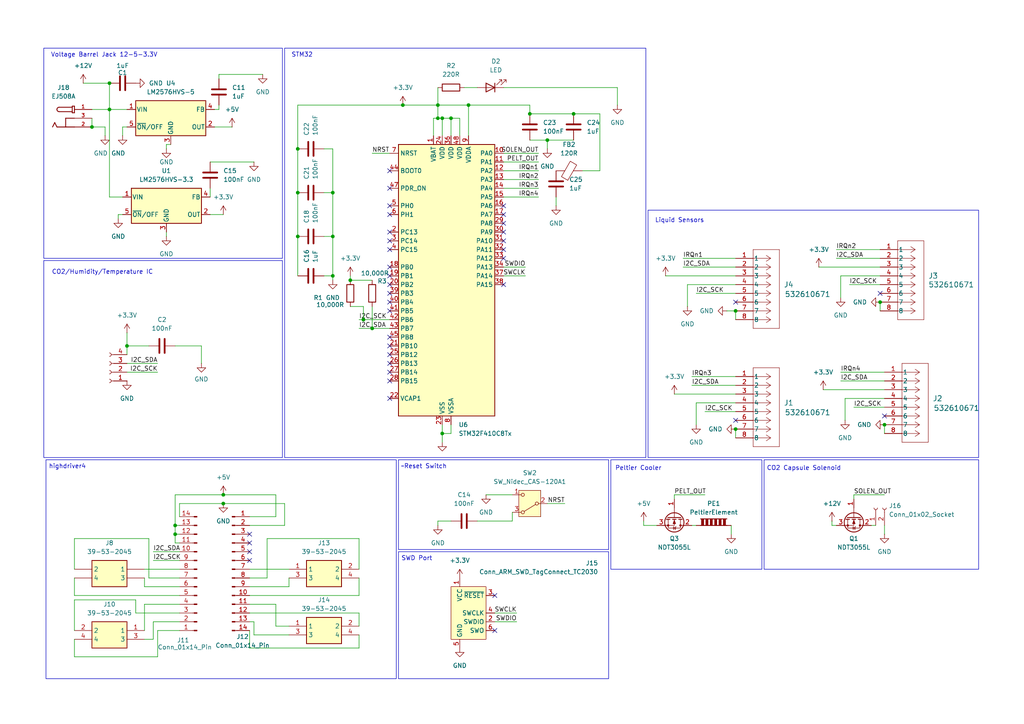
<source format=kicad_sch>
(kicad_sch (version 20231120) (generator "eeschema") (generator_version "8.0")
  (paper "A4")
  (junction (at 127 30.48))
  (junction (at 255.27 87.63))
  (junction (at 96.52 80.01))
  (junction (at 101.6 81.28))
  (junction (at 86.36 68.58))
  (junction (at 50.8 154.94))
  (junction (at 166.37 33.02))
  (junction (at 86.36 55.88))
  (junction (at 96.52 68.58))
  (junction (at 153.67 33.02))
  (junction (at 130.81 34.29))
  (junction (at 128.27 34.29))
  (junction (at 213.36 90.17))
  (junction (at 50.8 152.4))
  (junction (at 86.36 43.18))
  (junction (at 31.75 24.13))
  (junction (at 128.27 125.73))
  (junction (at 213.36 124.46))
  (junction (at 158.75 40.64))
  (junction (at 31.75 31.75))
  (junction (at 256.54 123.19))
  (junction (at 107.95 95.25))
  (junction (at 127 34.29))
  (junction (at 64.77 143.51))
  (junction (at 116.84 30.48))
  (junction (at 135.89 30.48))
  (junction (at 36.83 100.33))
  (junction (at 64.77 146.05))
  (junction (at 96.52 55.88))
  (junction (at 105.41 92.71))
  (junction (at 26.67 36.83))
  (no_connect (at 113.03 67.31))
  (no_connect (at 113.03 82.55))
  (no_connect (at 113.03 59.69))
  (no_connect (at 72.39 162.56))
  (no_connect (at 113.03 110.49))
  (no_connect (at 72.39 157.48))
  (no_connect (at 146.05 82.55))
  (no_connect (at 146.05 64.77))
  (no_connect (at 72.39 154.94))
  (no_connect (at 113.03 87.63))
  (no_connect (at 113.03 105.41))
  (no_connect (at 113.03 72.39))
  (no_connect (at 113.03 77.47))
  (no_connect (at 113.03 62.23))
  (no_connect (at 113.03 69.85))
  (no_connect (at 146.05 69.85))
  (no_connect (at 213.36 87.63))
  (no_connect (at 146.05 67.31))
  (no_connect (at 113.03 54.61))
  (no_connect (at 113.03 107.95))
  (no_connect (at 143.51 172.72))
  (no_connect (at 113.03 49.53))
  (no_connect (at 146.05 72.39))
  (no_connect (at 113.03 115.57))
  (no_connect (at 255.27 85.09))
  (no_connect (at 113.03 85.09))
  (no_connect (at 113.03 100.33))
  (no_connect (at 113.03 90.17))
  (no_connect (at 146.05 74.93))
  (no_connect (at 256.54 120.65))
  (no_connect (at 146.05 59.69))
  (no_connect (at 113.03 102.87))
  (no_connect (at 113.03 97.79))
  (no_connect (at 113.03 80.01))
  (no_connect (at 213.36 121.92))
  (no_connect (at 72.39 160.02))
  (no_connect (at 146.05 62.23))
  (no_connect (at 143.51 182.88))
  (wire (pts (xy 80.01 181.61) (xy 83.82 181.61)))
  (wire (pts (xy 127 34.29) (xy 128.27 34.29)))
  (wire (pts (xy 130.81 34.29) (xy 133.35 34.29)))
  (wire (pts (xy 153.67 33.02) (xy 166.37 33.02)))
  (wire (pts (xy 31.75 57.15) (xy 35.56 57.15)))
  (wire (pts (xy 138.43 151.13) (xy 148.59 151.13)))
  (wire (pts (xy 127 152.4) (xy 127 151.13)))
  (wire (pts (xy 254 152.4) (xy 252.73 152.4)))
  (wire (pts (xy 140.97 143.51) (xy 148.59 143.51)))
  (wire (pts (xy 50.8 143.51) (xy 64.77 143.51)))
  (wire (pts (xy 36.83 96.52) (xy 36.83 100.33)))
  (wire (pts (xy 152.4 80.01) (xy 146.05 80.01)))
  (wire (pts (xy 200.66 111.76) (xy 213.36 111.76)))
  (wire (pts (xy 35.56 36.83) (xy 36.83 36.83)))
  (wire (pts (xy 21.59 156.21) (xy 21.59 165.1)))
  (wire (pts (xy 35.56 39.37) (xy 35.56 36.83)))
  (wire (pts (xy 156.21 52.07) (xy 146.05 52.07)))
  (wire (pts (xy 146.05 49.53) (xy 156.21 49.53)))
  (wire (pts (xy 243.84 80.01) (xy 243.84 86.36)))
  (wire (pts (xy 76.2 21.59) (xy 63.5 21.59)))
  (wire (pts (xy 21.59 190.5) (xy 21.59 185.42)))
  (wire (pts (xy 128.27 128.27) (xy 128.27 125.73)))
  (wire (pts (xy 73.66 184.15) (xy 83.82 184.15)))
  (wire (pts (xy 26.67 36.83) (xy 30.48 36.83)))
  (wire (pts (xy 213.36 119.38) (xy 204.47 119.38)))
  (wire (pts (xy 44.45 180.34) (xy 44.45 185.42)))
  (wire (pts (xy 116.84 30.48) (xy 127 30.48)))
  (wire (pts (xy 133.35 34.29) (xy 133.35 39.37)))
  (wire (pts (xy 44.45 160.02) (xy 52.07 160.02)))
  (wire (pts (xy 96.52 81.28) (xy 96.52 80.01)))
  (wire (pts (xy 52.07 175.26) (xy 41.91 175.26)))
  (wire (pts (xy 179.07 25.4) (xy 146.05 25.4)))
  (wire (pts (xy 31.75 24.13) (xy 31.75 31.75)))
  (wire (pts (xy 36.83 100.33) (xy 36.83 102.87)))
  (wire (pts (xy 166.37 33.02) (xy 173.99 33.02)))
  (wire (pts (xy 21.59 173.99) (xy 21.59 182.88)))
  (wire (pts (xy 72.39 149.86) (xy 80.01 149.86)))
  (wire (pts (xy 82.55 152.4) (xy 82.55 146.05)))
  (wire (pts (xy 50.8 143.51) (xy 50.8 152.4)))
  (wire (pts (xy 161.29 59.69) (xy 161.29 57.15)))
  (wire (pts (xy 34.29 63.5) (xy 34.29 62.23)))
  (wire (pts (xy 135.89 30.48) (xy 153.67 30.48)))
  (wire (pts (xy 201.93 85.09) (xy 213.36 85.09)))
  (wire (pts (xy 48.26 41.91) (xy 48.26 43.18)))
  (wire (pts (xy 198.12 74.93) (xy 213.36 74.93)))
  (wire (pts (xy 26.67 34.29) (xy 26.67 36.83)))
  (wire (pts (xy 45.72 182.88) (xy 45.72 190.5)))
  (wire (pts (xy 127 30.48) (xy 135.89 30.48)))
  (wire (pts (xy 104.14 156.21) (xy 104.14 165.1)))
  (wire (pts (xy 48.26 41.91) (xy 49.53 41.91)))
  (wire (pts (xy 243.84 80.01) (xy 255.27 80.01)))
  (wire (pts (xy 201.93 152.4) (xy 200.66 152.4)))
  (wire (pts (xy 80.01 175.26) (xy 80.01 181.61)))
  (wire (pts (xy 256.54 118.11) (xy 247.65 118.11)))
  (wire (pts (xy 149.86 180.34) (xy 143.51 180.34)))
  (wire (pts (xy 243.84 110.49) (xy 256.54 110.49)))
  (wire (pts (xy 96.52 43.18) (xy 93.98 43.18)))
  (wire (pts (xy 45.72 105.41) (xy 36.83 105.41)))
  (wire (pts (xy 242.57 72.39) (xy 255.27 72.39)))
  (wire (pts (xy 86.36 55.88) (xy 86.36 43.18)))
  (wire (pts (xy 199.39 82.55) (xy 213.36 82.55)))
  (wire (pts (xy 245.11 115.57) (xy 256.54 115.57)))
  (wire (pts (xy 63.5 21.59) (xy 63.5 22.86)))
  (wire (pts (xy 62.23 36.83) (xy 67.31 36.83)))
  (wire (pts (xy 83.82 170.18) (xy 83.82 167.64)))
  (wire (pts (xy 241.3 151.13) (xy 241.3 152.4)))
  (wire (pts (xy 213.36 90.17) (xy 213.36 92.71)))
  (wire (pts (xy 199.39 82.55) (xy 199.39 88.9)))
  (wire (pts (xy 58.42 105.41) (xy 58.42 100.33)))
  (wire (pts (xy 247.65 143.51) (xy 247.65 144.78)))
  (wire (pts (xy 200.66 109.22) (xy 213.36 109.22)))
  (wire (pts (xy 128.27 125.73) (xy 130.81 125.73)))
  (wire (pts (xy 242.57 74.93) (xy 255.27 74.93)))
  (wire (pts (xy 156.21 44.45) (xy 146.05 44.45)))
  (wire (pts (xy 39.37 173.99) (xy 21.59 173.99)))
  (wire (pts (xy 149.86 177.8) (xy 143.51 177.8)))
  (wire (pts (xy 43.18 156.21) (xy 21.59 156.21)))
  (wire (pts (xy 101.6 81.28) (xy 107.95 81.28)))
  (wire (pts (xy 50.8 152.4) (xy 50.8 154.94)))
  (wire (pts (xy 104.14 92.71) (xy 105.41 92.71)))
  (wire (pts (xy 255.27 82.55) (xy 246.38 82.55)))
  (wire (pts (xy 256.54 143.51) (xy 247.65 143.51)))
  (wire (pts (xy 96.52 68.58) (xy 93.98 68.58)))
  (wire (pts (xy 24.13 24.13) (xy 31.75 24.13)))
  (wire (pts (xy 45.72 190.5) (xy 21.59 190.5)))
  (wire (pts (xy 72.39 187.96) (xy 72.39 182.88)))
  (wire (pts (xy 58.42 100.33) (xy 50.8 100.33)))
  (wire (pts (xy 128.27 123.19) (xy 128.27 125.73)))
  (wire (pts (xy 135.89 30.48) (xy 135.89 39.37)))
  (wire (pts (xy 158.75 43.18) (xy 158.75 40.64)))
  (wire (pts (xy 63.5 31.75) (xy 63.5 30.48)))
  (wire (pts (xy 86.36 80.01) (xy 86.36 68.58)))
  (wire (pts (xy 72.39 170.18) (xy 83.82 170.18)))
  (wire (pts (xy 44.45 185.42) (xy 41.91 185.42)))
  (wire (pts (xy 64.77 143.51) (xy 80.01 143.51)))
  (wire (pts (xy 195.58 143.51) (xy 195.58 144.78)))
  (wire (pts (xy 52.07 165.1) (xy 41.91 165.1)))
  (wire (pts (xy 201.93 116.84) (xy 201.93 123.19)))
  (wire (pts (xy 212.09 154.94) (xy 212.09 152.4)))
  (wire (pts (xy 39.37 177.8) (xy 39.37 173.99)))
  (wire (pts (xy 52.07 146.05) (xy 64.77 146.05)))
  (wire (pts (xy 204.47 143.51) (xy 195.58 143.51)))
  (wire (pts (xy 238.76 113.03) (xy 256.54 113.03)))
  (wire (pts (xy 72.39 175.26) (xy 80.01 175.26)))
  (wire (pts (xy 52.07 154.94) (xy 50.8 154.94)))
  (wire (pts (xy 104.14 177.8) (xy 104.14 181.61)))
  (wire (pts (xy 130.81 34.29) (xy 130.81 39.37)))
  (wire (pts (xy 245.11 115.57) (xy 245.11 121.92)))
  (wire (pts (xy 104.14 167.64) (xy 104.14 172.72)))
  (wire (pts (xy 86.36 30.48) (xy 116.84 30.48)))
  (wire (pts (xy 77.47 167.64) (xy 77.47 156.21)))
  (wire (pts (xy 128.27 34.29) (xy 130.81 34.29)))
  (wire (pts (xy 96.52 55.88) (xy 96.52 43.18)))
  (wire (pts (xy 45.72 107.95) (xy 36.83 107.95)))
  (wire (pts (xy 72.39 167.64) (xy 77.47 167.64)))
  (wire (pts (xy 163.83 146.05) (xy 158.75 146.05)))
  (wire (pts (xy 105.41 92.71) (xy 113.03 92.71)))
  (wire (pts (xy 50.8 154.94) (xy 50.8 157.48)))
  (wire (pts (xy 41.91 170.18) (xy 41.91 167.64)))
  (wire (pts (xy 105.41 88.9) (xy 105.41 92.71)))
  (wire (pts (xy 60.96 54.61) (xy 60.96 57.15)))
  (wire (pts (xy 72.39 152.4) (xy 82.55 152.4)))
  (wire (pts (xy 96.52 55.88) (xy 93.98 55.88)))
  (wire (pts (xy 73.66 180.34) (xy 72.39 180.34)))
  (wire (pts (xy 153.67 30.48) (xy 153.67 33.02)))
  (wire (pts (xy 104.14 95.25) (xy 107.95 95.25)))
  (wire (pts (xy 64.77 146.05) (xy 82.55 146.05)))
  (wire (pts (xy 73.66 184.15) (xy 73.66 180.34)))
  (wire (pts (xy 156.21 46.99) (xy 146.05 46.99)))
  (wire (pts (xy 52.07 149.86) (xy 52.07 146.05)))
  (wire (pts (xy 77.47 156.21) (xy 104.14 156.21)))
  (wire (pts (xy 72.39 172.72) (xy 104.14 172.72)))
  (wire (pts (xy 60.96 46.99) (xy 73.66 46.99)))
  (wire (pts (xy 186.69 151.13) (xy 186.69 152.4)))
  (wire (pts (xy 210.82 90.17) (xy 213.36 90.17)))
  (wire (pts (xy 130.81 123.19) (xy 130.81 125.73)))
  (wire (pts (xy 52.07 180.34) (xy 44.45 180.34)))
  (wire (pts (xy 80.01 143.51) (xy 80.01 149.86)))
  (wire (pts (xy 128.27 34.29) (xy 128.27 39.37)))
  (wire (pts (xy 31.75 31.75) (xy 36.83 31.75)))
  (wire (pts (xy 104.14 184.15) (xy 104.14 187.96)))
  (wire (pts (xy 198.12 77.47) (xy 213.36 77.47)))
  (wire (pts (xy 52.07 167.64) (xy 43.18 167.64)))
  (wire (pts (xy 43.18 167.64) (xy 43.18 156.21)))
  (wire (pts (xy 201.93 116.84) (xy 213.36 116.84)))
  (wire (pts (xy 26.67 31.75) (xy 31.75 31.75)))
  (wire (pts (xy 256.54 123.19) (xy 256.54 125.73)))
  (wire (pts (xy 134.62 25.4) (xy 138.43 25.4)))
  (wire (pts (xy 86.36 68.58) (xy 86.36 55.88)))
  (wire (pts (xy 156.21 57.15) (xy 146.05 57.15)))
  (wire (pts (xy 173.99 33.02) (xy 173.99 49.53)))
  (wire (pts (xy 52.07 177.8) (xy 39.37 177.8)))
  (wire (pts (xy 62.23 31.75) (xy 63.5 31.75)))
  (wire (pts (xy 60.96 62.23) (xy 64.77 62.23)))
  (wire (pts (xy 125.73 34.29) (xy 127 34.29)))
  (wire (pts (xy 173.99 49.53) (xy 168.91 49.53)))
  (wire (pts (xy 31.75 31.75) (xy 31.75 57.15)))
  (wire (pts (xy 127 30.48) (xy 127 34.29)))
  (wire (pts (xy 52.07 152.4) (xy 50.8 152.4)))
  (wire (pts (xy 34.29 62.23) (xy 35.56 62.23)))
  (wire (pts (xy 127 25.4) (xy 127 30.48)))
  (wire (pts (xy 179.07 30.48) (xy 179.07 25.4)))
  (wire (pts (xy 255.27 87.63) (xy 255.27 90.17)))
  (wire (pts (xy 101.6 80.01) (xy 101.6 81.28)))
  (wire (pts (xy 152.4 77.47) (xy 146.05 77.47)))
  (wire (pts (xy 241.3 152.4) (xy 242.57 152.4)))
  (wire (pts (xy 127 151.13) (xy 130.81 151.13)))
  (wire (pts (xy 101.6 88.9) (xy 105.41 88.9)))
  (wire (pts (xy 96.52 80.01) (xy 96.52 68.58)))
  (wire (pts (xy 72.39 177.8) (xy 104.14 177.8)))
  (wire (pts (xy 36.83 100.33) (xy 43.18 100.33)))
  (wire (pts (xy 153.67 40.64) (xy 158.75 40.64)))
  (wire (pts (xy 93.98 80.01) (xy 96.52 80.01)))
  (wire (pts (xy 72.39 165.1) (xy 83.82 165.1)))
  (wire (pts (xy 156.21 54.61) (xy 146.05 54.61)))
  (wire (pts (xy 107.95 44.45) (xy 113.03 44.45)))
  (wire (pts (xy 30.48 36.83) (xy 30.48 39.37)))
  (wire (pts (xy 41.91 175.26) (xy 41.91 182.88)))
  (wire (pts (xy 213.36 124.46) (xy 213.36 127)))
  (wire (pts (xy 96.52 68.58) (xy 96.52 55.88)))
  (wire (pts (xy 195.58 114.3) (xy 213.36 114.3)))
  (wire (pts (xy 125.73 34.29) (xy 125.73 39.37)))
  (wire (pts (xy 48.26 67.31) (xy 48.26 68.58)))
  (wire (pts (xy 52.07 157.48) (xy 50.8 157.48)))
  (wire (pts (xy 256.54 154.94) (xy 256.54 152.4)))
  (wire (pts (xy 52.07 182.88) (xy 45.72 182.88)))
  (wire (pts (xy 72.39 187.96) (xy 104.14 187.96)))
  (wire (pts (xy 186.69 152.4) (xy 190.5 152.4)))
  (wire (pts (xy 107.95 95.25) (xy 113.03 95.25)))
  (wire (pts (xy 243.84 107.95) (xy 256.54 107.95)))
  (wire (pts (xy 193.04 80.01) (xy 213.36 80.01)))
  (wire (pts (xy 148.59 151.13) (xy 148.59 148.59)))
  (wire (pts (xy 237.49 77.47) (xy 255.27 77.47)))
  (wire (pts (xy 52.07 170.18) (xy 41.91 170.18)))
  (wire (pts (xy 86.36 43.18) (xy 86.36 30.48)))
  (wire (pts (xy 21.59 172.72) (xy 21.59 167.64)))
  (wire (pts (xy 44.45 162.56) (xy 52.07 162.56)))
  (wire (pts (xy 107.95 88.9) (xy 107.95 95.25)))
  (wire (pts (xy 52.07 172.72) (xy 21.59 172.72)))
  (wire (pts (xy 158.75 40.64) (xy 166.37 40.64)))
  (rectangle (start 115.57 133.35) (end 176.53 159.385))
  (rectangle (start 177.165 133.35) (end 220.98 165.1))
  (rectangle (start 12.7 75.565) (end 81.915 132.715))
  (rectangle (start 221.615 133.35) (end 283.845 165.1))
  (rectangle (start 82.55 13.97) (end 187.325 132.715))
  (rectangle (start 12.7 13.97) (end 81.915 74.93))
  (rectangle (start 13.335 133.35) (end 114.935 196.85))
  (rectangle (start 187.96 60.96) (end 283.845 132.715))
  (rectangle (start 115.57 160.02) (end 176.53 196.85))
  (text "Voltage Barrel Jack 12-5-3.3V" (at 30.226 16.002 0) (effects (font (size 1.27 1.27))))
  (text "CO2/Humidity/Temperature IC" (at 29.718 78.994 0) (effects (font (size 1.27 1.27))))
  (text "Peltier Cooler" (at 185.166 135.89 0) (effects (font (size 1.27 1.27))))
  (text "STM32" (at 87.63 16.002 0) (effects (font (size 1.27 1.27))))
  (text "SWD Port" (at 120.904 162.052 0) (effects (font (size 1.27 1.27))))
  (text "Liquid Sensors" (at 197.104 64.008 0) (effects (font (size 1.27 1.27))))
  (text "highdriver4" (at 19.558 135.382 0) (effects (font (size 1.27 1.27))))
  (text "~Reset Switch" (at 122.936 135.382 0) (effects (font (size 1.27 1.27))))
  (text "CO2 Capsule Solenoid" (at 233.172 135.89 0) (effects (font (size 1.27 1.27))))
  (label "IRQn3" (at 156.21 54.61 180))
  (label "I2C_SCK" (at 204.47 119.38 0))
  (label "I2C_SDA" (at 200.66 111.76 0))
  (label "I2C_SCK" (at 45.72 107.95 180))
  (label "IRQn1" (at 198.12 74.93 0))
  (label "I2C_SCK" (at 44.45 162.56 0))
  (label "I2C_SCK" (at 201.93 85.09 0))
  (label "IRQn4" (at 156.21 57.15 180))
  (label "I2C_SDA" (at 198.12 77.47 0))
  (label "I2C_SDA" (at 243.84 110.49 0))
  (label "SWCLK" (at 152.4 80.01 180))
  (label "PELT_OUT" (at 195.58 143.51 0))
  (label "I2C_SCK" (at 104.14 92.71 0))
  (label "NRST" (at 163.83 146.05 180))
  (label "SWDIO" (at 149.86 180.34 180))
  (label "I2C_SDA" (at 45.72 105.41 180))
  (label "SOLEN_OUT" (at 247.65 143.51 0))
  (label "NRST" (at 107.95 44.45 0))
  (label "IRQn2" (at 156.21 52.07 180))
  (label "SWDIO" (at 152.4 77.47 180))
  (label "I2C_SDA" (at 242.57 74.93 0))
  (label "I2C_SCK" (at 246.38 82.55 0))
  (label "IRQn2" (at 242.57 72.39 0))
  (label "I2C_SCK" (at 247.65 118.11 0))
  (label "SOLEN_OUT" (at 156.21 44.45 180))
  (label "PELT_OUT" (at 156.21 46.99 180))
  (label "IRQn1" (at 156.21 49.53 180))
  (label "I2C_SDA" (at 104.14 95.25 0))
  (label "SWCLK" (at 149.86 177.8 180))
  (label "IRQn4" (at 243.84 107.95 0))
  (label "IRQn3" (at 200.66 109.22 0))
  (label "I2C_SDA" (at 44.45 160.02 0))
  (symbol (lib_id "Regulator_Switching:LM2576HVS-3.3") (at 48.26 59.69 0) (unit 1)
    (property "Reference" "U1" (at 48.26 49.53 0))
    (property "Value" "LM2576HVS-3.3" (at 48.26 52.07 0))
    (property "Footprint" "Package_TO_SOT_SMD:TO-263-5_TabPin3" (effects (hide yes)))
    (property "Datasheet" "http://www.ti.com/lit/ds/symlink/lm2576.pdf" (effects (hide yes)))
    (property "Description" "3.3V, 3A, SIMPLE SWITCHER® Step-Down Voltage Regulator, High Voltage Input, TO-263" (effects (hide yes)))
  )
  (symbol (lib_id "power:GND") (at 133.35 187.96 0) (unit 1)
    (property "Reference" "#PWR019" (effects (hide yes)))
    (property "Value" "GND" (at 133.35 193.04 0))
    (property "Description" "Power symbol creates a global label with name \"GND\" , ground" (effects (hide yes)))
  )
  (symbol (lib_id "Device:C") (at 90.17 80.01 90) (unit 1)
    (property "Reference" "C16" (at 88.8999 76.2 0) (effects (justify left)))
    (property "Value" "1uF" (at 91.4399 76.2 0) (effects (justify left)))
    (property "Footprint" "Capacitor_SMD:C_0402_1005Metric" (effects (hide yes)))
    (property "Description" "Unpolarized capacitor" (effects (hide yes)))
  )
  (symbol (lib_id "power:+3.3V") (at 195.58 114.3 0) (unit 1)
    (property "Reference" "#PWR01" (effects (hide yes)))
    (property "Value" "+3.3V" (at 195.58 109.22 0))
    (property "Description" "Power symbol creates a global label with name \"+3.3V\"" (effects (hide yes)))
  )
  (symbol (lib_id "power:GND") (at 36.83 110.49 0) (unit 1)
    (property "Reference" "#PWR039" (effects (hide yes)))
    (property "Value" "GND" (at 36.83 115.57 0))
    (property "Description" "Power symbol creates a global label with name \"GND\" , ground" (effects (hide yes)))
  )
  (symbol (lib_id "power:GND") (at 255.27 87.63 270) (unit 1)
    (property "Reference" "#PWR047" (effects (hide yes)))
    (property "Value" "GND" (at 251.46 87.6299 90) (effects (justify right)))
    (property "Description" "Power symbol creates a global label with name \"GND\" , ground" (effects (hide yes)))
  )
  (symbol (lib_id "power:GND") (at 35.56 39.37 0) (unit 1)
    (property "Reference" "#PWR027" (effects (hide yes)))
    (property "Value" "GND" (at 34.29 44.45 0))
    (property "Description" "Power symbol creates a global label with name \"GND\" , ground" (effects (hide yes)))
  )
  (symbol (lib_id "MCU_ST_STM32F4:STM32F410C8Tx") (at 128.27 82.55 0) (unit 1)
    (property "Reference" "U6" (at 133.0041 123.19 0) (effects (justify left)))
    (property "Value" "STM32F410C8Tx" (at 133.0041 125.73 0) (effects (justify left)))
    (property "Footprint" "Package_QFP:LQFP-48_7x7mm_P0.5mm" (effects (hide yes)))
    (property "Datasheet" "https://www.st.com/resource/en/datasheet/stm32f410c8.pdf" (effects (hide yes)))
    (property "Description" "STMicroelectronics Arm Cortex-M4 MCU, 64KB flash, 32KB RAM, 100 MHz, 1.7-3.6V, 35 GPIO, LQFP48" (effects (hide yes)))
  )
  (symbol (lib_id "co2_sensor_molex_footprint:532610671") (at 213.36 109.22 0) (unit 1)
    (property "Reference" "J1" (at 227.33 116.8399 0) (effects (font (size 1.524 1.524)) (justify left)))
    (property "Value" "532610671" (at 227.584 119.634 0) (effects (font (size 1.524 1.524)) (justify left)))
    (property "Footprint" "co2_sensor_footprint:CON_532610671" (effects (hide yes)))
    (property "Datasheet" "532610671" (effects (hide yes)))
  )
  (symbol (lib_id "power:GND") (at 245.11 121.92 0) (unit 1)
    (property "Reference" "#PWR04" (effects (hide yes)))
    (property "Value" "GND" (at 245.11 127 0))
    (property "Description" "Power symbol creates a global label with name \"GND\" , ground" (effects (hide yes)))
  )
  (symbol (lib_id "Device:C") (at 166.37 36.83 0) (unit 1)
    (property "Reference" "C24" (at 170.18 35.5599 0) (effects (justify left)))
    (property "Value" "1uF" (at 170.18 38.0999 0) (effects (justify left)))
    (property "Footprint" "Capacitor_SMD:C_0402_1005Metric" (effects (hide yes)))
    (property "Description" "Unpolarized capacitor" (effects (hide yes)))
  )
  (symbol (lib_id "power:GND") (at 158.75 43.18 0) (unit 1)
    (property "Reference" "#PWR042" (effects (hide yes)))
    (property "Value" "GND" (at 158.75 48.26 0))
    (property "Description" "Power symbol creates a global label with name \"GND\" , ground" (effects (hide yes)))
  )
  (symbol (lib_id "power:+12V") (at 24.13 24.13 0) (unit 1)
    (property "Reference" "#PWR028" (effects (hide yes)))
    (property "Value" "+12V" (at 24.13 19.05 0))
    (property "Description" "Power symbol creates a global label with name \"+12V\"" (effects (hide yes)))
  )
  (symbol (lib_id "power:+5V") (at 186.69 151.13 0) (unit 1)
    (property "Reference" "#PWR012" (effects (hide yes)))
    (property "Value" "+5V" (at 186.69 146.05 0))
    (property "Description" "Power symbol creates a global label with name \"+5V\"" (effects (hide yes)))
  )
  (symbol (lib_id "power:GND") (at 179.07 30.48 0) (unit 1)
    (property "Reference" "#PWR041" (effects (hide yes)))
    (property "Value" "GND" (at 179.07 35.56 0))
    (property "Description" "Power symbol creates a global label with name \"GND\" , ground" (effects (hide yes)))
  )
  (symbol (lib_id "power:GND") (at 76.2 21.59 0) (unit 1)
    (property "Reference" "#PWR029" (effects (hide yes)))
    (property "Value" "GND" (at 76.2 26.67 0))
    (property "Description" "Power symbol creates a global label with name \"GND\" , ground" (effects (hide yes)))
  )
  (symbol (lib_id "barrel_jack_EJ508A:EJ508A") (at 21.59 34.29 0) (unit 1)
    (property "Reference" "J18" (at 18.415 25.4 0))
    (property "Value" "EJ508A" (at 18.415 27.94 0))
    (property "Footprint" "barrel_jack_EJ508A:MPD_EJ508A" (effects (hide yes)))
    (property "PARTREV" "J" (effects (hide yes)))
    (property "STANDARD" "Manufacturer Recommendations" (effects (hide yes)))
    (property "MAXIMUM_PACKAGE_HEIGHT" "10.85 mm" (effects (hide yes)))
    (property "MANUFACTURER" "MPD" (effects (hide yes)))
  )
  (symbol (lib_id "power:+3.3V") (at 64.77 62.23 0) (unit 1)
    (property "Reference" "#PWR023" (effects (hide yes)))
    (property "Value" "+3.3V" (at 64.77 57.15 0))
    (property "Description" "Power symbol creates a global label with name \"+3.3V\"" (effects (hide yes)))
  )
  (symbol (lib_id "co2_sensor_molex_footprint:532610671") (at 256.54 107.95 0) (unit 1)
    (property "Reference" "J2" (at 270.51 115.5699 0) (effects (font (size 1.524 1.524)) (justify left)))
    (property "Value" "532610671" (at 270.764 118.364 0) (effects (font (size 1.524 1.524)) (justify left)))
    (property "Footprint" "co2_sensor_footprint:CON_532610671" (effects (hide yes)))
    (property "Datasheet" "532610671" (effects (hide yes)))
  )
  (symbol (lib_id "Device:FerriteBead") (at 165.1 49.53 90) (unit 1)
    (property "Reference" "FB2" (at 165.0492 41.91 90))
    (property "Value" "120R" (at 165.0492 44.45 90))
    (property "Footprint" "Inductor_SMD:L_0603_1608Metric" (effects (hide yes)))
    (property "Description" "Ferrite bead" (effects (hide yes)))
  )
  (symbol (lib_id "Device:C") (at 90.17 43.18 90) (unit 1)
    (property "Reference" "C22" (at 88.8999 39.37 0) (effects (justify left)))
    (property "Value" "100nF" (at 91.4399 39.37 0) (effects (justify left)))
    (property "Footprint" "Capacitor_SMD:C_0402_1005Metric" (effects (hide yes)))
    (property "Description" "Unpolarized capacitor" (effects (hide yes)))
  )
  (symbol (lib_id "power:GND") (at 256.54 123.19 270) (unit 1)
    (property "Reference" "#PWR045" (effects (hide yes)))
    (property "Value" "GND" (at 252.73 123.1899 90) (effects (justify right)))
    (property "Description" "Power symbol creates a global label with name \"GND\" , ground" (effects (hide yes)))
  )
  (symbol (lib_id "Connector:Conn_01x04_Socket") (at 31.75 107.95 180) (unit 1)
    (property "Reference" "J5" (effects (hide yes)))
    (property "Value" "Conn_01x04_Socket" (effects (hide yes)))
    (property "Footprint" "Connector_PinSocket_2.54mm:PinSocket_1x04_P2.54mm_Vertical" (effects (hide yes)))
    (property "Description" "Generic connector, single row, 01x04, script generated" (effects (hide yes)))
  )
  (symbol (lib_id "power:GND") (at 243.84 86.36 0) (unit 1)
    (property "Reference" "#PWR08" (effects (hide yes)))
    (property "Value" "GND" (at 243.84 91.44 0))
    (property "Description" "Power symbol creates a global label with name \"GND\" , ground" (effects (hide yes)))
  )
  (symbol (lib_id "Connector:Conn_ARM_SWD_TagConnect_TC2030") (at 135.89 177.8 0) (unit 1) (in_bom no)
    (property "Reference" "J15" (at 173.482 163.322 0) (effects (justify right)))
    (property "Value" "Conn_ARM_SWD_TagConnect_TC2030" (at 173.482 165.862 0) (effects (justify right)))
    (property "Footprint" "Connector:Tag-Connect_TC2030-IDC-FP_2x03_P1.27mm_Vertical" (effects (hide yes)))
    (property "Datasheet" "https://www.tag-connect.com/wp-content/uploads/bsk-pdf-manager/TC2030-CTX_1.pdf" (effects (hide yes)))
    (property "Description" "Tag-Connect ARM Cortex SWD JTAG connector, 6 pin" (effects (hide yes)))
  )
  (symbol (lib_id "Device:C") (at 60.96 50.8 0) (unit 1)
    (property "Reference" "C15" (at 64.77 49.5299 0) (effects (justify left)))
    (property "Value" "100nF" (at 64.77 52.0699 0) (effects (justify left)))
    (property "Footprint" "Capacitor_SMD:C_0402_1005Metric" (effects (hide yes)))
    (property "Description" "Unpolarized capacitor" (effects (hide yes)))
  )
  (symbol (lib_id "Device:C") (at 35.56 24.13 90) (unit 1)
    (property "Reference" "C1" (at 35.56 21.082 90))
    (property "Value" "1uF" (at 35.56 19.05 90))
    (property "Footprint" "Capacitor_SMD:C_0402_1005Metric" (effects (hide yes)))
    (property "Description" "Unpolarized capacitor" (effects (hide yes)))
  )
  (symbol (lib_id "power:GND") (at 34.29 63.5 0) (unit 1)
    (property "Reference" "#PWR026" (effects (hide yes)))
    (property "Value" "GND" (at 34.29 68.58 0))
    (property "Description" "Power symbol creates a global label with name \"GND\" , ground" (effects (hide yes)))
  )
  (symbol (lib_id "Device:C") (at 134.62 151.13 90) (unit 1)
    (property "Reference" "C14" (at 134.62 143.51 90))
    (property "Value" "100nF" (at 134.62 146.05 90))
    (property "Footprint" "Capacitor_SMD:C_0402_1005Metric" (effects (hide yes)))
    (property "Description" "Unpolarized capacitor" (effects (hide yes)))
  )
  (symbol (lib_id "power:GND") (at 199.39 88.9 0) (unit 1)
    (property "Reference" "#PWR06" (effects (hide yes)))
    (property "Value" "GND" (at 199.39 93.98 0))
    (property "Description" "Power symbol creates a global label with name \"GND\" , ground" (effects (hide yes)))
  )
  (symbol (lib_id "microfluid_connector:39-53-2045") (at 104.14 165.1 0) (mirror y) (unit 1)
    (property "Reference" "J13" (at 93.98 157.48 0))
    (property "Value" "39-53-2045" (at 93.98 160.02 0))
    (property "Footprint" "microfluidics:39532045" (effects (hide yes)))
    (property "Datasheet" "https://www.molex.com/content/dam/molex/molex-dot-com/products/automated/en-us/salesdrawingpdf/559/5597/039532045_sd.pdf?inline" (effects (hide yes)))
    (property "Description" "Molex FFC/FPC THROUGH HOLE Series 1.25mm Pitch 4 Way 1 Row Straight Through Hole Female FPC Connector" (effects (hide yes)))
    (property "Height" "10" (effects (hide yes)))
    (property "Mouser Part Number" "538-39532045" (effects (hide yes)))
    (property "Mouser Price/Stock" "https://www.mouser.co.uk/ProductDetail/Molex/39-53-2045?qs=SuPW8U%252B1b0w09bXfTbBfbA%3D%3D" (effects (hide yes)))
    (property "Manufacturer_Name" "Molex" (effects (hide yes)))
    (property "Manufacturer_Part_Number" "39-53-2045" (effects (hide yes)))
  )
  (symbol (lib_id "power:GND") (at 39.37 24.13 90) (unit 1)
    (property "Reference" "#PWR09" (effects (hide yes)))
    (property "Value" "GND" (at 43.18 24.1299 90) (effects (justify right)))
    (property "Description" "Power symbol creates a global label with name \"GND\" , ground" (effects (hide yes)))
  )
  (symbol (lib_id "Device:PeltierElement") (at 207.01 152.4 0) (unit 1)
    (property "Reference" "PE1" (at 207.01 146.05 0))
    (property "Value" "PeltierElement" (at 207.01 148.59 0))
    (property "Footprint" "Connector_PinSocket_2.54mm:PinSocket_1x02_P2.54mm_Vertical" (effects (hide yes)))
    (property "Description" "Peltier element, thermoelectric cooler" (effects (hide yes)))
  )
  (symbol (lib_id "power:GND") (at 64.77 146.05 0) (unit 1)
    (property "Reference" "#PWR017" (effects (hide yes)))
    (property "Value" "GND" (at 64.77 151.13 0))
    (property "Description" "Power symbol creates a global label with name \"GND\" , ground" (effects (hide yes)))
  )
  (symbol (lib_id "power:+3.3V") (at 193.04 80.01 0) (unit 1)
    (property "Reference" "#PWR05" (effects (hide yes)))
    (property "Value" "+3.3V" (at 193.04 74.93 0))
    (property "Description" "Power symbol creates a global label with name \"+3.3V\"" (effects (hide yes)))
  )
  (symbol (lib_id "power:+12V") (at 241.3 151.13 0) (unit 1)
    (property "Reference" "#PWR031" (effects (hide yes)))
    (property "Value" "+12V" (at 241.3 146.05 0))
    (property "Description" "Power symbol creates a global label with name \"+12V\"" (effects (hide yes)))
  )
  (symbol (lib_id "power:GND") (at 48.26 43.18 0) (unit 1)
    (property "Reference" "#PWR030" (effects (hide yes)))
    (property "Value" "GND" (at 48.26 46.99 0))
    (property "Description" "Power symbol creates a global label with name \"GND\" , ground" (effects (hide yes)))
  )
  (symbol (lib_id "power:GND") (at 212.09 154.94 0) (unit 1)
    (property "Reference" "#PWR038" (effects (hide yes)))
    (property "Value" "GND" (at 212.09 160.02 0))
    (property "Description" "Power symbol creates a global label with name \"GND\" , ground" (effects (hide yes)))
  )
  (symbol (lib_id "co2_sensor_molex_footprint:532610671") (at 255.27 72.39 0) (unit 1)
    (property "Reference" "J3" (at 269.24 80.0099 0) (effects (font (size 1.524 1.524)) (justify left)))
    (property "Value" "532610671" (at 269.24 82.5499 0) (effects (font (size 1.524 1.524)) (justify left)))
    (property "Footprint" "co2_sensor_footprint:CON_532610671" (effects (hide yes)))
    (property "Datasheet" "532610671" (effects (hide yes)))
  )
  (symbol (lib_id "power:GND") (at 96.52 81.28 0) (unit 1)
    (property "Reference" "#PWR035" (effects (hide yes)))
    (property "Value" "GND" (at 96.52 86.36 0))
    (property "Description" "Power symbol creates a global label with name \"GND\" , ground" (effects (hide yes)))
  )
  (symbol (lib_id "power:GND") (at 30.48 39.37 0) (unit 1)
    (property "Reference" "#PWR025" (effects (hide yes)))
    (property "Value" "GND" (at 29.21 44.45 0))
    (property "Description" "Power symbol creates a global label with name \"GND\" , ground" (effects (hide yes)))
  )
  (symbol (lib_id "Transistor_FET:NDT3055L") (at 195.58 149.86 270) (unit 1)
    (property "Reference" "Q3" (at 195.58 156.21 90))
    (property "Value" "NDT3055L" (at 195.58 158.75 90))
    (property "Footprint" "Package_TO_SOT_SMD:SOT-223-3_TabPin2" (effects (hide yes)))
    (property "Datasheet" "https://www.onsemi.com/pdf/datasheet/ndt3055l-d.pdf" (effects (hide yes)))
    (property "Description" "4A Id, 60V Vds, N-Channel Logic Level Enhancement Mode MOSFET, SOT-223" (effects (hide yes)))
  )
  (symbol (lib_id "power:GND") (at 58.42 105.41 0) (unit 1)
    (property "Reference" "#PWR010" (effects (hide yes)))
    (property "Value" "GND" (at 60.452 109.982 0) (effects (justify right)))
    (property "Description" "Power symbol creates a global label with name \"GND\" , ground" (effects (hide yes)))
  )
  (symbol (lib_id "Switch:SW_Nidec_CAS-120A1") (at 153.67 146.05 180) (unit 1)
    (property "Reference" "SW2" (at 153.67 137.16 0))
    (property "Value" "SW_Nidec_CAS-120A1" (at 153.67 139.7 0))
    (property "Footprint" "Button_Switch_SMD:Nidec_Copal_CAS-120A" (effects (hide yes)))
    (property "Datasheet" "https://www.nidec-components.com/e/catalog/switch/cas.pdf" (effects (hide yes)))
    (property "Description" "Switch, single pole double throw" (effects (hide yes)))
  )
  (symbol (lib_id "Device:LED") (at 142.24 25.4 180) (unit 1)
    (property "Reference" "D2" (at 143.8275 17.78 0))
    (property "Value" "LED" (at 143.8275 20.32 0))
    (property "Footprint" "LED_THT:LED_D3.0mm" (effects (hide yes)))
    (property "Description" "Light emitting diode" (effects (hide yes)))
  )
  (symbol (lib_name "39-53-2045_1") (lib_id "microfluid_connector:39-53-2045") (at 21.59 165.1 0) (unit 1)
    (property "Reference" "J8" (at 31.75 157.48 0))
    (property "Value" "39-53-2045" (at 31.75 160.02 0))
    (property "Footprint" "microfluidics:39532045" (effects (hide yes)))
    (property "Datasheet" "https://www.molex.com/content/dam/molex/molex-dot-com/products/automated/en-us/salesdrawingpdf/559/5597/039532045_sd.pdf?inline" (effects (hide yes)))
    (property "Description" "Molex FFC/FPC THROUGH HOLE Series 1.25mm Pitch 4 Way 1 Row Straight Through Hole Female FPC Connector" (effects (hide yes)))
    (property "Height" "10" (effects (hide yes)))
    (property "Mouser Part Number" "538-39532045" (effects (hide yes)))
    (property "Mouser Price/Stock" "https://www.mouser.co.uk/ProductDetail/Molex/39-53-2045?qs=SuPW8U%252B1b0w09bXfTbBfbA%3D%3D" (effects (hide yes)))
    (property "Manufacturer_Name" "Molex" (effects (hide yes)))
    (property "Manufacturer_Part_Number" "39-53-2045" (effects (hide yes)))
  )
  (symbol (lib_id "power:+5V") (at 67.31 36.83 0) (unit 1)
    (property "Reference" "#PWR022" (effects (hide yes)))
    (property "Value" "+5V" (at 67.31 31.75 0))
    (property "Description" "Power symbol creates a global label with name \"+5V\"" (effects (hide yes)))
  )
  (symbol (lib_id "power:+3.3V") (at 238.76 113.03 0) (unit 1)
    (property "Reference" "#PWR03" (effects (hide yes)))
    (property "Value" "+3.3V" (at 238.76 107.95 0))
    (property "Description" "Power symbol creates a global label with name \"+3.3V\"" (effects (hide yes)))
  )
  (symbol (lib_id "Connector:Conn_01x02_Socket") (at 254 147.32 90) (unit 1)
    (property "Reference" "J16" (at 257.81 146.6849 90) (effects (justify right)))
    (property "Value" "Conn_01x02_Socket" (at 257.81 149.2249 90) (effects (justify right)))
    (property "Footprint" "Connector_PinSocket_2.54mm:PinSocket_1x02_P2.54mm_Vertical" (effects (hide yes)))
    (property "Description" "Generic connector, single row, 01x02, script generated" (effects (hide yes)))
  )
  (symbol (lib_id "power:+3.3V") (at 101.6 80.01 0) (unit 1)
    (property "Reference" "#PWR011" (effects (hide yes)))
    (property "Value" "+3.3V" (at 101.6 74.93 0))
    (property "Description" "Power symbol creates a global label with name \"+3.3V\"" (effects (hide yes)))
  )
  (symbol (lib_id "microfluid_connector:39-53-2045") (at 21.59 182.88 0) (unit 1)
    (property "Reference" "J10" (at 31.75 175.26 0))
    (property "Value" "39-53-2045" (at 31.75 177.8 0))
    (property "Footprint" "microfluidics:39532045" (effects (hide yes)))
    (property "Datasheet" "https://www.molex.com/content/dam/molex/molex-dot-com/products/automated/en-us/salesdrawingpdf/559/5597/039532045_sd.pdf?inline" (effects (hide yes)))
    (property "Description" "Molex FFC/FPC THROUGH HOLE Series 1.25mm Pitch 4 Way 1 Row Straight Through Hole Female FPC Connector" (effects (hide yes)))
    (property "Height" "10" (effects (hide yes)))
    (property "Mouser Part Number" "538-39532045" (effects (hide yes)))
    (property "Mouser Price/Stock" "https://www.mouser.co.uk/ProductDetail/Molex/39-53-2045?qs=SuPW8U%252B1b0w09bXfTbBfbA%3D%3D" (effects (hide yes)))
    (property "Manufacturer_Name" "Molex" (effects (hide yes)))
    (property "Manufacturer_Part_Number" "39-53-2045" (effects (hide yes)))
  )
  (symbol (lib_id "power:GND") (at 213.36 124.46 270) (unit 1)
    (property "Reference" "#PWR016" (effects (hide yes)))
    (property "Value" "GND" (at 209.55 124.4599 90) (effects (justify right)))
    (property "Description" "Power symbol creates a global label with name \"GND\" , ground" (effects (hide yes)))
  )
  (symbol (lib_id "power:+3.3V") (at 133.35 167.64 0) (unit 1)
    (property "Reference" "#PWR020" (effects (hide yes)))
    (property "Value" "+3.3V" (at 133.35 162.56 0))
    (property "Description" "Power symbol creates a global label with name \"+3.3V\"" (effects (hide yes)))
  )
  (symbol (lib_id "power:GND") (at 140.97 143.51 0) (unit 1)
    (property "Reference" "#PWR032" (effects (hide yes)))
    (property "Value" "GND" (at 140.97 148.59 0))
    (property "Description" "Power symbol creates a global label with name \"GND\" , ground" (effects (hide yes)))
  )
  (symbol (lib_id "power:GND") (at 127 152.4 0) (unit 1)
    (property "Reference" "#PWR033" (effects (hide yes)))
    (property "Value" "GND" (at 127 157.48 0))
    (property "Description" "Power symbol creates a global label with name \"GND\" , ground" (effects (hide yes)))
  )
  (symbol (lib_id "power:GND") (at 256.54 154.94 0) (unit 1)
    (property "Reference" "#PWR036" (effects (hide yes)))
    (property "Value" "GND" (at 256.54 160.02 0))
    (property "Description" "Power symbol creates a global label with name \"GND\" , ground" (effects (hide yes)))
  )
  (symbol (lib_id "power:GND") (at 201.93 123.19 0) (unit 1)
    (property "Reference" "#PWR02" (effects (hide yes)))
    (property "Value" "GND" (at 201.93 128.27 0))
    (property "Description" "Power symbol creates a global label with name \"GND\" , ground" (effects (hide yes)))
  )
  (symbol (lib_id "Device:R") (at 130.81 25.4 90) (unit 1)
    (property "Reference" "R2" (at 130.81 19.05 90))
    (property "Value" "220R" (at 130.81 21.59 90))
    (property "Footprint" "Resistor_THT:R_Axial_DIN0204_L3.6mm_D1.6mm_P5.08mm_Horizontal" (effects (hide yes)))
    (property "Description" "Resistor" (effects (hide yes)))
  )
  (symbol (lib_id "co2_sensor_molex_footprint:532610671") (at 213.36 74.93 0) (unit 1)
    (property "Reference" "J4" (at 227.33 82.5499 0) (effects (font (size 1.524 1.524)) (justify left)))
    (property "Value" "532610671" (at 227.584 85.344 0) (effects (font (size 1.524 1.524)) (justify left)))
    (property "Footprint" "co2_sensor_footprint:CON_532610671" (effects (hide yes)))
    (property "Datasheet" "532610671" (effects (hide yes)))
  )
  (symbol (lib_id "Device:R") (at 107.95 85.09 0) (unit 1)
    (property "Reference" "R3" (at 109.474 81.534 0) (effects (justify left)))
    (property "Value" "10,000R" (at 104.648 79.248 0) (effects (justify left)))
    (property "Footprint" "Resistor_THT:R_Axial_DIN0207_L6.3mm_D2.5mm_P7.62mm_Horizontal" (effects (hide yes)))
    (property "Description" "Resistor" (effects (hide yes)))
  )
  (symbol (lib_id "microfluid_connector:39-53-2045") (at 104.14 181.61 0) (mirror y) (unit 1)
    (property "Reference" "J14" (at 93.98 173.99 0))
    (property "Value" "39-53-2045" (at 93.98 176.53 0))
    (property "Footprint" "microfluidics:39532045" (effects (hide yes)))
    (property "Datasheet" "https://www.molex.com/content/dam/molex/molex-dot-com/products/automated/en-us/salesdrawingpdf/559/5597/039532045_sd.pdf?inline" (effects (hide yes)))
    (property "Description" "Molex FFC/FPC THROUGH HOLE Series 1.25mm Pitch 4 Way 1 Row Straight Through Hole Female FPC Connector" (effects (hide yes)))
    (property "Height" "10" (effects (hide yes)))
    (property "Mouser Part Number" "538-39532045" (effects (hide yes)))
    (property "Mouser Price/Stock" "https://www.mouser.co.uk/ProductDetail/Molex/39-53-2045?qs=SuPW8U%252B1b0w09bXfTbBfbA%3D%3D" (effects (hide yes)))
    (property "Manufacturer_Name" "Molex" (effects (hide yes)))
    (property "Manufacturer_Part_Number" "39-53-2045" (effects (hide yes)))
  )
  (symbol (lib_id "power:GND") (at 161.29 59.69 0) (unit 1)
    (property "Reference" "#PWR044" (effects (hide yes)))
    (property "Value" "GND" (at 161.29 64.77 0))
    (property "Description" "Power symbol creates a global label with name \"GND\" , ground" (effects (hide yes)))
  )
  (symbol (lib_id "Connector:Conn_01x14_Pin") (at 67.31 165.1 0) (unit 1)
    (property "Reference" "J12" (at 70.358 184.658 0))
    (property "Value" "Conn_01x14_Pin" (at 70.358 187.198 0))
    (property "Footprint" "Connector_PinSocket_2.54mm:PinSocket_1x14_P2.54mm_Vertical" (effects (hide yes)))
    (property "Description" "Generic connector, single row, 01x14, script generated" (effects (hide yes)))
  )
  (symbol (lib_id "power:GND") (at 73.66 46.99 0) (unit 1)
    (property "Reference" "#PWR034" (effects (hide yes)))
    (property "Value" "GND" (at 73.66 52.07 0))
    (property "Description" "Power symbol creates a global label with name \"GND\" , ground" (effects (hide yes)))
  )
  (symbol (lib_id "power:GND") (at 128.27 128.27 0) (unit 1)
    (property "Reference" "#PWR040" (effects (hide yes)))
    (property "Value" "GND" (effects (hide yes)))
    (property "Description" "Power symbol creates a global label with name \"GND\" , ground" (effects (hide yes)))
  )
  (symbol (lib_id "Device:C") (at 153.67 36.83 0) (unit 1)
    (property "Reference" "C23" (at 157.48 35.5599 0) (effects (justify left)))
    (property "Value" "100nF" (at 157.48 38.0999 0) (effects (justify left)))
    (property "Footprint" "Capacitor_SMD:C_0402_1005Metric" (effects (hide yes)))
    (property "Description" "Unpolarized capacitor" (effects (hide yes)))
  )
  (symbol (lib_id "power:+5V") (at 64.77 143.51 0) (unit 1)
    (property "Reference" "#PWR018" (effects (hide yes)))
    (property "Value" "+5V" (at 64.77 138.43 0))
    (property "Description" "Power symbol creates a global label with name \"+5V\"" (effects (hide yes)))
  )
  (symbol (lib_id "Device:C") (at 90.17 55.88 90) (unit 1)
    (property "Reference" "C21" (at 88.8999 52.07 0) (effects (justify left)))
    (property "Value" "100nF" (at 91.4399 52.07 0) (effects (justify left)))
    (property "Footprint" "Capacitor_SMD:C_0402_1005Metric" (effects (hide yes)))
    (property "Description" "Unpolarized capacitor" (effects (hide yes)))
  )
  (symbol (lib_id "Regulator_Switching:LM2576HVS-5") (at 49.53 34.29 0) (unit 1)
    (property "Reference" "U4" (at 49.53 24.13 0))
    (property "Value" "LM2576HVS-5" (at 49.53 26.67 0))
    (property "Footprint" "Package_TO_SOT_SMD:TO-263-5_TabPin3" (effects (hide yes)))
    (property "Datasheet" "http://www.ti.com/lit/ds/symlink/lm2576.pdf" (effects (hide yes)))
    (property "Description" "5V 3A, SIMPLE SWITCHER® Step-Down Voltage Regulator, High Voltage Input, TO-263" (effects (hide yes)))
  )
  (symbol (lib_id "power:GND") (at 48.26 68.58 0) (unit 1)
    (property "Reference" "#PWR024" (effects (hide yes)))
    (property "Value" "GND" (at 48.26 73.66 0))
    (property "Description" "Power symbol creates a global label with name \"GND\" , ground" (effects (hide yes)))
  )
  (symbol (lib_id "Device:C") (at 63.5 26.67 0) (unit 1)
    (property "Reference" "C11" (at 67.31 25.3999 0) (effects (justify left)))
    (property "Value" "1uF" (at 67.31 27.9399 0) (effects (justify left)))
    (property "Footprint" "Capacitor_SMD:C_0402_1005Metric" (effects (hide yes)))
    (property "Description" "Unpolarized capacitor" (effects (hide yes)))
  )
  (symbol (lib_id "Transistor_FET:NDT3055L") (at 247.65 149.86 270) (unit 1)
    (property "Reference" "Q1" (at 247.65 156.21 90))
    (property "Value" "NDT3055L" (at 247.65 158.75 90))
    (property "Footprint" "Package_TO_SOT_SMD:SOT-223-3_TabPin2" (effects (hide yes)))
    (property "Datasheet" "https://www.onsemi.com/pdf/datasheet/ndt3055l-d.pdf" (effects (hide yes)))
    (property "Description" "4A Id, 60V Vds, N-Channel Logic Level Enhancement Mode MOSFET, SOT-223" (effects (hide yes)))
  )
  (symbol (lib_id "Device:C") (at 46.99 100.33 90) (unit 1)
    (property "Reference" "C2" (at 46.99 92.71 90))
    (property "Value" "100nF" (at 46.99 95.25 90))
    (property "Footprint" "Capacitor_SMD:C_0402_1005Metric" (effects (hide yes)))
    (property "Description" "Unpolarized capacitor" (effects (hide yes)))
  )
  (symbol (lib_id "power:+3.3V") (at 237.49 77.47 0) (unit 1)
    (property "Reference" "#PWR07" (effects (hide yes)))
    (property "Value" "+3.3V" (at 237.49 72.39 0))
    (property "Description" "Power symbol creates a global label with name \"+3.3V\"" (effects (hide yes)))
  )
  (symbol (lib_id "Connector:Conn_01x14_Pin") (at 57.15 167.64 180) (unit 1)
    (property "Reference" "J11" (at 51.308 185.674 0) (effects (justify right)))
    (property "Value" "Conn_01x14_Pin" (at 45.72 187.706 0) (effects (justify right)))
    (property "Footprint" "Connector_PinSocket_2.54mm:PinSocket_1x14_P2.54mm_Vertical" (effects (hide yes)))
    (property "Description" "Generic connector, single row, 01x14, script generated" (effects (hide yes)))
  )
  (symbol (lib_id "power:+3.3V") (at 116.84 30.48 0) (unit 1)
    (property "Reference" "#PWR021" (effects (hide yes)))
    (property "Value" "+3.3V" (at 116.84 25.4 0))
    (property "Description" "Power symbol creates a global label with name \"+3.3V\"" (effects (hide yes)))
  )
  (symbol (lib_id "power:+3.3V") (at 36.83 96.52 0) (unit 1)
    (property "Reference" "#PWR043" (effects (hide yes)))
    (property "Value" "+3.3V" (at 36.83 91.44 0))
    (property "Description" "Power symbol creates a global label with name \"+3.3V\"" (effects (hide yes)))
  )
  (symbol (lib_id "Device:C") (at 90.17 68.58 90) (unit 1)
    (property "Reference" "C18" (at 88.8999 64.77 0) (effects (justify left)))
    (property "Value" "100nF" (at 91.4399 64.77 0) (effects (justify left)))
    (property "Footprint" "Capacitor_SMD:C_0402_1005Metric" (effects (hide yes)))
    (property "Description" "Unpolarized capacitor" (effects (hide yes)))
  )
  (symbol (lib_id "Device:R") (at 101.6 85.09 0) (unit 1)
    (property "Reference" "R1" (at 90.932 86.36 0) (effects (justify left)))
    (property "Value" "10,000R" (at 91.694 88.392 0) (effects (justify left)))
    (property "Footprint" "Resistor_THT:R_Axial_DIN0207_L6.3mm_D2.5mm_P7.62mm_Horizontal" (effects (hide yes)))
    (property "Description" "Resistor" (effects (hide yes)))
  )
  (symbol (lib_id "Device:C") (at 161.29 53.34 0) (unit 1)
    (property "Reference" "C25" (at 165.1 52.0699 0) (effects (justify left)))
    (property "Value" "1uF" (at 165.1 54.6099 0) (effects (justify left)))
    (property "Footprint" "Capacitor_SMD:C_0402_1005Metric" (effects (hide yes)))
    (property "Description" "Unpolarized capacitor" (effects (hide yes)))
  )
  (symbol (lib_id "power:GND") (at 210.82 90.17 270) (unit 1)
    (property "Reference" "#PWR014" (effects (hide yes)))
    (property "Value" "GND" (at 207.01 90.1699 90) (effects (justify right)))
    (property "Description" "Power symbol creates a global label with name \"GND\" , ground" (effects (hide yes)))
  )
)
</source>
